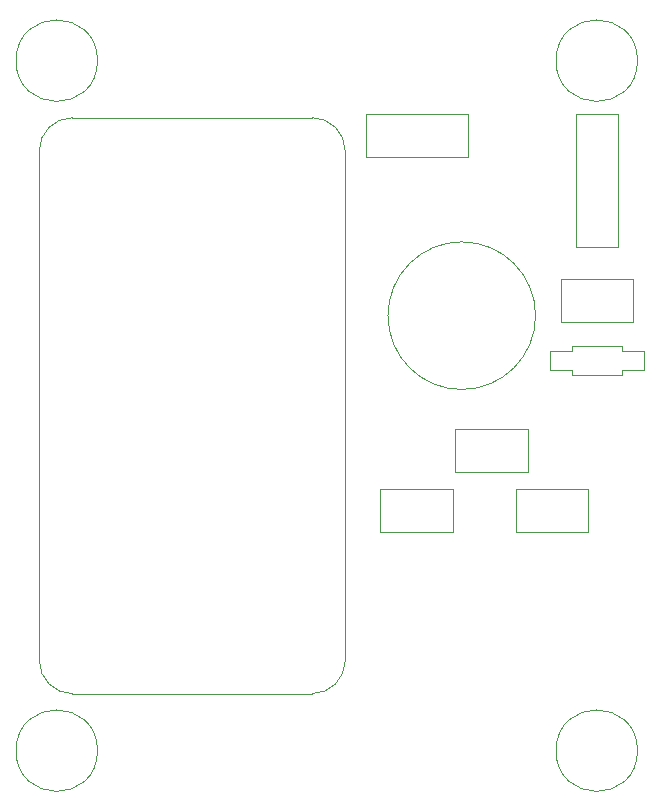
<source format=gbr>
%TF.GenerationSoftware,KiCad,Pcbnew,(5.1.12)-1*%
%TF.CreationDate,2021-12-20T17:02:31+01:00*%
%TF.ProjectId,PCB_Chair_tracker,5043425f-4368-4616-9972-5f747261636b,rev?*%
%TF.SameCoordinates,Original*%
%TF.FileFunction,Other,User*%
%FSLAX46Y46*%
G04 Gerber Fmt 4.6, Leading zero omitted, Abs format (unit mm)*
G04 Created by KiCad (PCBNEW (5.1.12)-1) date 2021-12-20 17:02:31*
%MOMM*%
%LPD*%
G01*
G04 APERTURE LIST*
%ADD10C,0.050000*%
G04 APERTURE END LIST*
D10*
%TO.C,H1*%
X171090000Y-118110000D02*
G75*
G03*
X171090000Y-118110000I-3450000J0D01*
G01*
%TO.C,H2*%
X125370000Y-59690000D02*
G75*
G03*
X125370000Y-59690000I-3450000J0D01*
G01*
%TO.C,tp2*%
X155470000Y-95990000D02*
X149320000Y-95990000D01*
X149320000Y-95990000D02*
X149320000Y-99590000D01*
X149320000Y-99590000D02*
X155470000Y-99590000D01*
X155470000Y-99590000D02*
X155470000Y-95990000D01*
%TO.C,ESP1*%
X143550001Y-113280000D02*
X123230001Y-113280000D01*
X120440001Y-110490000D02*
X120440001Y-67310000D01*
X123230001Y-64520000D02*
X143550001Y-64520000D01*
X146340001Y-67310000D02*
X146340001Y-110490000D01*
X123230001Y-113280000D02*
G75*
G02*
X120440001Y-110490000I0J2790000D01*
G01*
X120440001Y-67310000D02*
G75*
G02*
X123230001Y-64520000I2790000J0D01*
G01*
X143550001Y-64520000D02*
G75*
G02*
X146340001Y-67310000I0J-2790000D01*
G01*
X146340001Y-110490000D02*
G75*
G02*
X143550001Y-113280000I-2790000J0D01*
G01*
%TO.C,Prox1*%
X165840000Y-64240000D02*
X165840000Y-75440000D01*
X165840000Y-75440000D02*
X169440000Y-75440000D01*
X169440000Y-75440000D02*
X169440000Y-64240000D01*
X169440000Y-64240000D02*
X165840000Y-64240000D01*
%TO.C,Vib1*%
X148060000Y-67840000D02*
X156710000Y-67840000D01*
X156710000Y-67840000D02*
X156710000Y-64240000D01*
X156710000Y-64240000D02*
X148060000Y-64240000D01*
X148060000Y-64240000D02*
X148060000Y-67840000D01*
%TO.C,bat1*%
X161820000Y-90910000D02*
X155670000Y-90910000D01*
X155670000Y-90910000D02*
X155670000Y-94510000D01*
X155670000Y-94510000D02*
X161820000Y-94510000D01*
X161820000Y-94510000D02*
X161820000Y-90910000D01*
%TO.C,tp1*%
X160760000Y-95990000D02*
X160760000Y-99590000D01*
X166910000Y-95990000D02*
X160760000Y-95990000D01*
X166910000Y-99590000D02*
X166910000Y-95990000D01*
X160760000Y-99590000D02*
X166910000Y-99590000D01*
%TO.C,led1*%
X164570000Y-78210000D02*
X164570000Y-81810000D01*
X170720000Y-78210000D02*
X164570000Y-78210000D01*
X170720000Y-81810000D02*
X170720000Y-78210000D01*
X164570000Y-81810000D02*
X170720000Y-81810000D01*
%TO.C,Alt1*%
X162460000Y-81280000D02*
G75*
G03*
X162460000Y-81280000I-6250000J0D01*
G01*
%TO.C,R1*%
X165540000Y-85890000D02*
X163640000Y-85890000D01*
X163640000Y-85890000D02*
X163640000Y-84290000D01*
X163640000Y-84290000D02*
X165540000Y-84290000D01*
X165540000Y-84290000D02*
X165540000Y-83840000D01*
X165540000Y-83840000D02*
X169740000Y-83840000D01*
X169740000Y-83840000D02*
X169740000Y-84290000D01*
X169740000Y-84290000D02*
X171640000Y-84290000D01*
X171640000Y-84290000D02*
X171640000Y-85890000D01*
X171640000Y-85890000D02*
X169740000Y-85890000D01*
X169740000Y-85890000D02*
X169740000Y-86340000D01*
X169740000Y-86340000D02*
X165540000Y-86340000D01*
X165540000Y-86340000D02*
X165540000Y-85890000D01*
%TO.C,H1*%
X171090000Y-59690000D02*
G75*
G03*
X171090000Y-59690000I-3450000J0D01*
G01*
%TO.C,H2*%
X125370000Y-118110000D02*
G75*
G03*
X125370000Y-118110000I-3450000J0D01*
G01*
%TD*%
M02*

</source>
